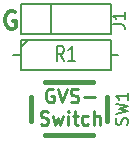
<source format=gto>
G04 (created by PCBNEW (2013-05-31 BZR 4019)-stable) date 7/6/2014 3:12:14 PM*
%MOIN*%
G04 Gerber Fmt 3.4, Leading zero omitted, Abs format*
%FSLAX34Y34*%
G01*
G70*
G90*
G04 APERTURE LIST*
%ADD10C,0.00590551*%
%ADD11C,0.01125*%
%ADD12C,0.011811*%
%ADD13C,0.015*%
%ADD14C,0.005*%
%ADD15C,0.006*%
%ADD16C,0.008*%
G04 APERTURE END LIST*
G54D10*
G54D11*
X14782Y-12753D02*
X14739Y-12732D01*
X14675Y-12732D01*
X14610Y-12753D01*
X14567Y-12796D01*
X14546Y-12839D01*
X14525Y-12925D01*
X14525Y-12989D01*
X14546Y-13075D01*
X14567Y-13117D01*
X14610Y-13160D01*
X14675Y-13182D01*
X14717Y-13182D01*
X14782Y-13160D01*
X14803Y-13139D01*
X14803Y-12989D01*
X14717Y-12989D01*
X14932Y-12732D02*
X15082Y-13182D01*
X15232Y-12732D01*
X15360Y-13160D02*
X15425Y-13182D01*
X15532Y-13182D01*
X15575Y-13160D01*
X15596Y-13139D01*
X15617Y-13096D01*
X15617Y-13053D01*
X15596Y-13010D01*
X15575Y-12989D01*
X15532Y-12967D01*
X15446Y-12946D01*
X15403Y-12925D01*
X15382Y-12903D01*
X15360Y-12860D01*
X15360Y-12817D01*
X15382Y-12775D01*
X15403Y-12753D01*
X15446Y-12732D01*
X15553Y-12732D01*
X15617Y-12753D01*
X15810Y-13010D02*
X16153Y-13010D01*
X14353Y-13903D02*
X14417Y-13924D01*
X14525Y-13924D01*
X14567Y-13903D01*
X14589Y-13881D01*
X14610Y-13838D01*
X14610Y-13796D01*
X14589Y-13753D01*
X14567Y-13731D01*
X14525Y-13710D01*
X14439Y-13688D01*
X14396Y-13667D01*
X14375Y-13646D01*
X14353Y-13603D01*
X14353Y-13560D01*
X14375Y-13517D01*
X14396Y-13496D01*
X14439Y-13474D01*
X14546Y-13474D01*
X14610Y-13496D01*
X14760Y-13624D02*
X14846Y-13924D01*
X14932Y-13710D01*
X15017Y-13924D01*
X15103Y-13624D01*
X15275Y-13924D02*
X15275Y-13624D01*
X15275Y-13474D02*
X15253Y-13496D01*
X15275Y-13517D01*
X15296Y-13496D01*
X15275Y-13474D01*
X15275Y-13517D01*
X15425Y-13624D02*
X15596Y-13624D01*
X15489Y-13474D02*
X15489Y-13860D01*
X15510Y-13903D01*
X15553Y-13924D01*
X15596Y-13924D01*
X15939Y-13903D02*
X15896Y-13924D01*
X15810Y-13924D01*
X15767Y-13903D01*
X15746Y-13881D01*
X15725Y-13838D01*
X15725Y-13710D01*
X15746Y-13667D01*
X15767Y-13646D01*
X15810Y-13624D01*
X15896Y-13624D01*
X15939Y-13646D01*
X16132Y-13924D02*
X16132Y-13474D01*
X16325Y-13924D02*
X16325Y-13688D01*
X16303Y-13646D01*
X16260Y-13624D01*
X16196Y-13624D01*
X16153Y-13646D01*
X16132Y-13667D01*
G54D12*
X13504Y-10176D02*
X13448Y-10148D01*
X13364Y-10148D01*
X13279Y-10176D01*
X13223Y-10232D01*
X13195Y-10289D01*
X13167Y-10401D01*
X13167Y-10485D01*
X13195Y-10598D01*
X13223Y-10654D01*
X13279Y-10710D01*
X13364Y-10739D01*
X13420Y-10739D01*
X13504Y-10710D01*
X13532Y-10682D01*
X13532Y-10485D01*
X13420Y-10485D01*
G54D13*
X14020Y-13006D02*
X14020Y-13794D01*
X14513Y-14286D02*
X16087Y-14286D01*
X16580Y-13006D02*
X16580Y-13695D01*
X16580Y-13695D02*
X16580Y-13794D01*
X14513Y-12514D02*
X16087Y-12514D01*
G54D14*
X13700Y-11350D02*
X13700Y-12100D01*
X13700Y-12100D02*
X16700Y-12100D01*
X16700Y-12100D02*
X16700Y-11100D01*
X16700Y-11100D02*
X13700Y-11100D01*
X13700Y-11100D02*
X13700Y-11350D01*
X13450Y-11600D02*
X13700Y-11600D01*
X16700Y-11600D02*
X16950Y-11600D01*
X13700Y-11350D02*
X13950Y-11100D01*
G54D15*
X13700Y-10900D02*
X13700Y-9900D01*
X13700Y-9900D02*
X16700Y-9900D01*
X16700Y-9900D02*
X16700Y-10900D01*
X16700Y-10900D02*
X13700Y-10900D01*
X14700Y-9900D02*
X14700Y-10900D01*
G54D16*
X17242Y-13933D02*
X17261Y-13876D01*
X17261Y-13780D01*
X17242Y-13742D01*
X17223Y-13723D01*
X17185Y-13704D01*
X17147Y-13704D01*
X17109Y-13723D01*
X17090Y-13742D01*
X17071Y-13780D01*
X17052Y-13857D01*
X17033Y-13895D01*
X17014Y-13914D01*
X16976Y-13933D01*
X16938Y-13933D01*
X16900Y-13914D01*
X16880Y-13895D01*
X16861Y-13857D01*
X16861Y-13761D01*
X16880Y-13704D01*
X16861Y-13571D02*
X17261Y-13476D01*
X16976Y-13400D01*
X17261Y-13323D01*
X16861Y-13228D01*
X17261Y-12866D02*
X17261Y-13095D01*
X17261Y-12980D02*
X16861Y-12980D01*
X16919Y-13019D01*
X16957Y-13057D01*
X16976Y-13095D01*
G54D15*
X15133Y-11802D02*
X15000Y-11564D01*
X14904Y-11802D02*
X14904Y-11302D01*
X15057Y-11302D01*
X15095Y-11326D01*
X15114Y-11350D01*
X15133Y-11397D01*
X15133Y-11469D01*
X15114Y-11516D01*
X15095Y-11540D01*
X15057Y-11564D01*
X14904Y-11564D01*
X15514Y-11802D02*
X15285Y-11802D01*
X15400Y-11802D02*
X15400Y-11302D01*
X15361Y-11373D01*
X15323Y-11421D01*
X15285Y-11445D01*
X16761Y-10583D02*
X17047Y-10583D01*
X17104Y-10602D01*
X17142Y-10640D01*
X17161Y-10697D01*
X17161Y-10735D01*
X17161Y-10183D02*
X17161Y-10411D01*
X17161Y-10297D02*
X16761Y-10297D01*
X16819Y-10335D01*
X16857Y-10373D01*
X16876Y-10411D01*
M02*

</source>
